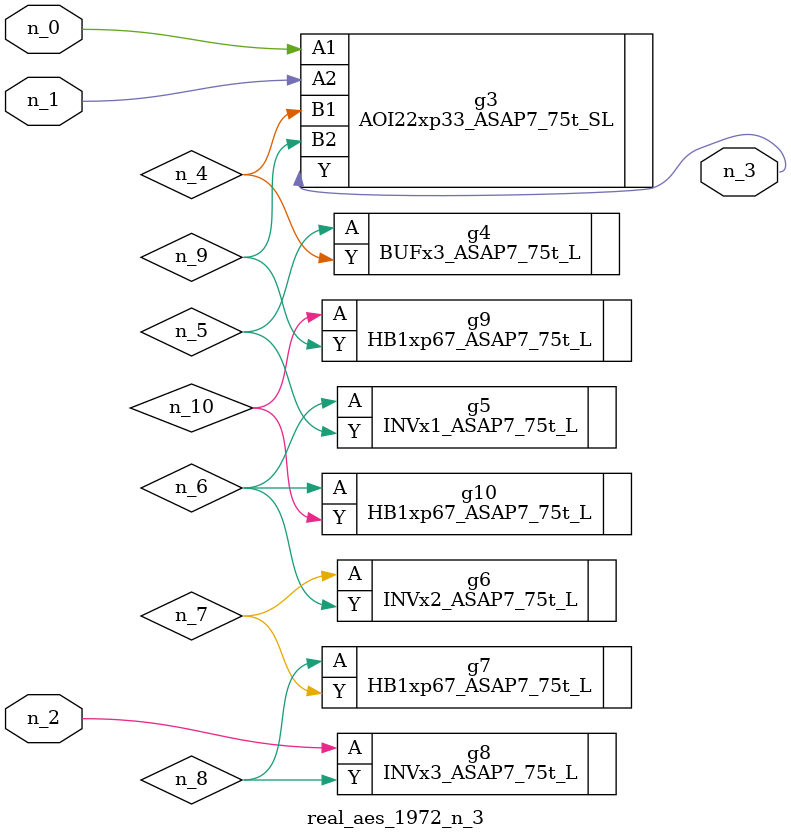
<source format=v>
module real_aes_1972_n_3 (n_0, n_2, n_1, n_3);
input n_0;
input n_2;
input n_1;
output n_3;
wire n_4;
wire n_5;
wire n_7;
wire n_9;
wire n_6;
wire n_8;
wire n_10;
AOI22xp33_ASAP7_75t_SL g3 ( .A1(n_0), .A2(n_1), .B1(n_4), .B2(n_9), .Y(n_3) );
INVx3_ASAP7_75t_L g8 ( .A(n_2), .Y(n_8) );
BUFx3_ASAP7_75t_L g4 ( .A(n_5), .Y(n_4) );
INVx1_ASAP7_75t_L g5 ( .A(n_6), .Y(n_5) );
HB1xp67_ASAP7_75t_L g10 ( .A(n_6), .Y(n_10) );
INVx2_ASAP7_75t_L g6 ( .A(n_7), .Y(n_6) );
HB1xp67_ASAP7_75t_L g7 ( .A(n_8), .Y(n_7) );
HB1xp67_ASAP7_75t_L g9 ( .A(n_10), .Y(n_9) );
endmodule
</source>
